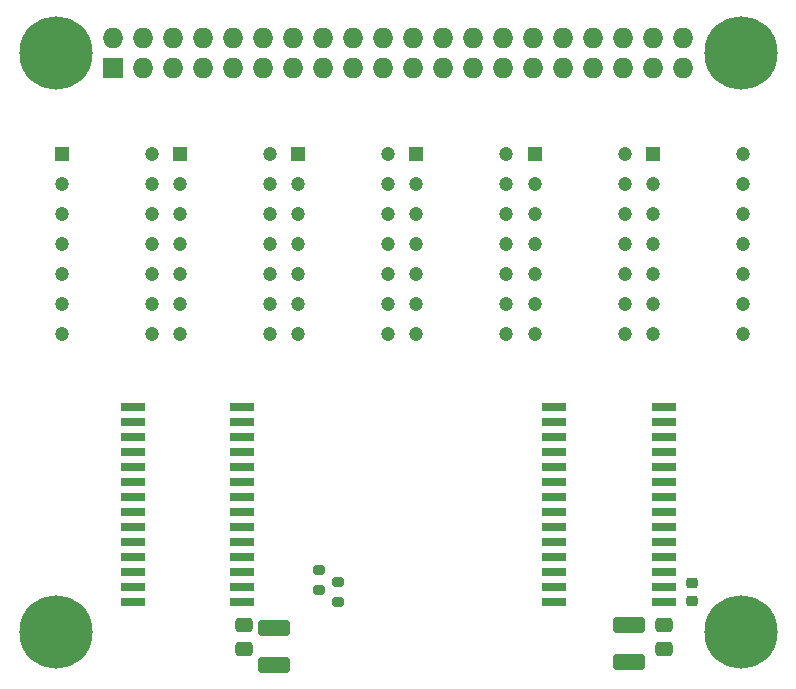
<source format=gbs>
%TF.GenerationSoftware,KiCad,Pcbnew,7.0.8*%
%TF.CreationDate,2023-11-07T21:40:39+02:00*%
%TF.ProjectId,ltp_kikad,6c74705f-6b69-46b6-9164-2e6b69636164,rev?*%
%TF.SameCoordinates,Original*%
%TF.FileFunction,Soldermask,Bot*%
%TF.FilePolarity,Negative*%
%FSLAX46Y46*%
G04 Gerber Fmt 4.6, Leading zero omitted, Abs format (unit mm)*
G04 Created by KiCad (PCBNEW 7.0.8) date 2023-11-07 21:40:39*
%MOMM*%
%LPD*%
G01*
G04 APERTURE LIST*
G04 Aperture macros list*
%AMRoundRect*
0 Rectangle with rounded corners*
0 $1 Rounding radius*
0 $2 $3 $4 $5 $6 $7 $8 $9 X,Y pos of 4 corners*
0 Add a 4 corners polygon primitive as box body*
4,1,4,$2,$3,$4,$5,$6,$7,$8,$9,$2,$3,0*
0 Add four circle primitives for the rounded corners*
1,1,$1+$1,$2,$3*
1,1,$1+$1,$4,$5*
1,1,$1+$1,$6,$7*
1,1,$1+$1,$8,$9*
0 Add four rect primitives between the rounded corners*
20,1,$1+$1,$2,$3,$4,$5,0*
20,1,$1+$1,$4,$5,$6,$7,0*
20,1,$1+$1,$6,$7,$8,$9,0*
20,1,$1+$1,$8,$9,$2,$3,0*%
G04 Aperture macros list end*
%ADD10R,1.200000X1.200000*%
%ADD11C,1.200000*%
%ADD12C,6.200000*%
%ADD13R,1.727200X1.727200*%
%ADD14O,1.727200X1.727200*%
%ADD15R,2.100000X0.650000*%
%ADD16RoundRect,0.250000X-0.475000X0.337500X-0.475000X-0.337500X0.475000X-0.337500X0.475000X0.337500X0*%
%ADD17RoundRect,0.200000X-0.275000X0.200000X-0.275000X-0.200000X0.275000X-0.200000X0.275000X0.200000X0*%
%ADD18RoundRect,0.250000X1.100000X-0.412500X1.100000X0.412500X-1.100000X0.412500X-1.100000X-0.412500X0*%
%ADD19RoundRect,0.225000X0.250000X-0.225000X0.250000X0.225000X-0.250000X0.225000X-0.250000X-0.225000X0*%
G04 APERTURE END LIST*
D10*
%TO.C,DS6*%
X173017000Y-65150000D03*
D11*
X173017000Y-67690000D03*
X173017000Y-70230000D03*
X173017000Y-72770000D03*
X173017000Y-75310000D03*
X173017000Y-77850000D03*
X173017000Y-80390000D03*
X180637000Y-80390000D03*
X180637000Y-77850000D03*
X180637000Y-75310000D03*
X180637000Y-72770000D03*
X180637000Y-70230000D03*
X180637000Y-67690000D03*
X180637000Y-65150000D03*
%TD*%
D10*
%TO.C,DS3*%
X143017000Y-65149600D03*
D11*
X143017000Y-67689600D03*
X143017000Y-70229600D03*
X143017000Y-72769600D03*
X143017000Y-75309600D03*
X143017000Y-77849600D03*
X143017000Y-80389600D03*
X150637000Y-80389600D03*
X150637000Y-77849600D03*
X150637000Y-75309600D03*
X150637000Y-72769600D03*
X150637000Y-70229600D03*
X150637000Y-67689600D03*
X150637000Y-65149600D03*
%TD*%
D12*
%TO.C,*%
X122466800Y-105572200D03*
%TD*%
%TO.C,*%
X180466800Y-56572200D03*
%TD*%
D10*
%TO.C,DS5*%
X163017000Y-65150000D03*
D11*
X163017000Y-67690000D03*
X163017000Y-70230000D03*
X163017000Y-72770000D03*
X163017000Y-75310000D03*
X163017000Y-77850000D03*
X163017000Y-80390000D03*
X170637000Y-80390000D03*
X170637000Y-77850000D03*
X170637000Y-75310000D03*
X170637000Y-72770000D03*
X170637000Y-70230000D03*
X170637000Y-67690000D03*
X170637000Y-65150000D03*
%TD*%
D12*
%TO.C,*%
X180466800Y-105572200D03*
%TD*%
D10*
%TO.C,DS2*%
X133017000Y-65150000D03*
D11*
X133017000Y-67690000D03*
X133017000Y-70230000D03*
X133017000Y-72770000D03*
X133017000Y-75310000D03*
X133017000Y-77850000D03*
X133017000Y-80390000D03*
X140637000Y-80390000D03*
X140637000Y-77850000D03*
X140637000Y-75310000D03*
X140637000Y-72770000D03*
X140637000Y-70230000D03*
X140637000Y-67690000D03*
X140637000Y-65150000D03*
%TD*%
D10*
%TO.C,DS1*%
X123017000Y-65150000D03*
D11*
X123017000Y-67690000D03*
X123017000Y-70230000D03*
X123017000Y-72770000D03*
X123017000Y-75310000D03*
X123017000Y-77850000D03*
X123017000Y-80390000D03*
X130637000Y-80390000D03*
X130637000Y-77850000D03*
X130637000Y-75310000D03*
X130637000Y-72770000D03*
X130637000Y-70230000D03*
X130637000Y-67690000D03*
X130637000Y-65150000D03*
%TD*%
D12*
%TO.C,*%
X122466800Y-56572200D03*
%TD*%
D13*
%TO.C,J1*%
X127330000Y-57840000D03*
D14*
X127330000Y-55300000D03*
X129870000Y-57840000D03*
X129870000Y-55300000D03*
X132410000Y-57840000D03*
X132410000Y-55300000D03*
X134950000Y-57840000D03*
X134950000Y-55300000D03*
X137490000Y-57840000D03*
X137490000Y-55300000D03*
X140030000Y-57840000D03*
X140030000Y-55300000D03*
X142570000Y-57840000D03*
X142570000Y-55300000D03*
X145110000Y-57840000D03*
X145110000Y-55300000D03*
X147650000Y-57840000D03*
X147650000Y-55300000D03*
X150190000Y-57840000D03*
X150190000Y-55300000D03*
X152730000Y-57840000D03*
X152730000Y-55300000D03*
X155270000Y-57840000D03*
X155270000Y-55300000D03*
X157810000Y-57840000D03*
X157810000Y-55300000D03*
X160350000Y-57840000D03*
X160350000Y-55300000D03*
X162890000Y-57840000D03*
X162890000Y-55300000D03*
X165430000Y-57840000D03*
X165430000Y-55300000D03*
X167970000Y-57840000D03*
X167970000Y-55300000D03*
X170510000Y-57840000D03*
X170510000Y-55300000D03*
X173050000Y-57840000D03*
X173050000Y-55300000D03*
X175590000Y-57840000D03*
X175590000Y-55300000D03*
%TD*%
D10*
%TO.C,DS4*%
X153017000Y-65149600D03*
D11*
X153017000Y-67689600D03*
X153017000Y-70229600D03*
X153017000Y-72769600D03*
X153017000Y-75309600D03*
X153017000Y-77849600D03*
X153017000Y-80389600D03*
X160637000Y-80389600D03*
X160637000Y-77849600D03*
X160637000Y-75309600D03*
X160637000Y-72769600D03*
X160637000Y-70229600D03*
X160637000Y-67689600D03*
X160637000Y-65149600D03*
%TD*%
D15*
%TO.C,IC1*%
X128987000Y-103030000D03*
X128987000Y-101760000D03*
X128987000Y-100490000D03*
X128987000Y-99220000D03*
X128987000Y-97950000D03*
X128987000Y-96680000D03*
X128987000Y-95410000D03*
X128987000Y-94140000D03*
X128987000Y-92870000D03*
X128987000Y-91600000D03*
X128987000Y-90330000D03*
X128987000Y-89060000D03*
X128987000Y-87790000D03*
X128987000Y-86520000D03*
X138287000Y-86520000D03*
X138287000Y-87790000D03*
X138287000Y-89060000D03*
X138287000Y-90330000D03*
X138287000Y-91600000D03*
X138287000Y-92870000D03*
X138287000Y-94140000D03*
X138287000Y-95410000D03*
X138287000Y-96680000D03*
X138287000Y-97950000D03*
X138287000Y-99220000D03*
X138287000Y-100490000D03*
X138287000Y-101760000D03*
X138287000Y-103030000D03*
%TD*%
D16*
%TO.C,C5*%
X173987000Y-104962500D03*
X173987000Y-107037500D03*
%TD*%
D17*
%TO.C,R18*%
X146387000Y-101375000D03*
X146387000Y-103025000D03*
%TD*%
%TO.C,R17*%
X144787000Y-100375000D03*
X144787000Y-102025000D03*
%TD*%
D18*
%TO.C,C2*%
X170987000Y-108162500D03*
X170987000Y-105037500D03*
%TD*%
D16*
%TO.C,C3*%
X138387000Y-104962500D03*
X138387000Y-107037500D03*
%TD*%
D18*
%TO.C,C1*%
X140987000Y-108362500D03*
X140987000Y-105237500D03*
%TD*%
D19*
%TO.C,C4*%
X176387000Y-102975000D03*
X176387000Y-101425000D03*
%TD*%
D15*
%TO.C,IC2*%
X164687000Y-103010000D03*
X164687000Y-101740000D03*
X164687000Y-100470000D03*
X164687000Y-99200000D03*
X164687000Y-97930000D03*
X164687000Y-96660000D03*
X164687000Y-95390000D03*
X164687000Y-94120000D03*
X164687000Y-92850000D03*
X164687000Y-91580000D03*
X164687000Y-90310000D03*
X164687000Y-89040000D03*
X164687000Y-87770000D03*
X164687000Y-86500000D03*
X173987000Y-86500000D03*
X173987000Y-87770000D03*
X173987000Y-89040000D03*
X173987000Y-90310000D03*
X173987000Y-91580000D03*
X173987000Y-92850000D03*
X173987000Y-94120000D03*
X173987000Y-95390000D03*
X173987000Y-96660000D03*
X173987000Y-97930000D03*
X173987000Y-99200000D03*
X173987000Y-100470000D03*
X173987000Y-101740000D03*
X173987000Y-103010000D03*
%TD*%
M02*

</source>
